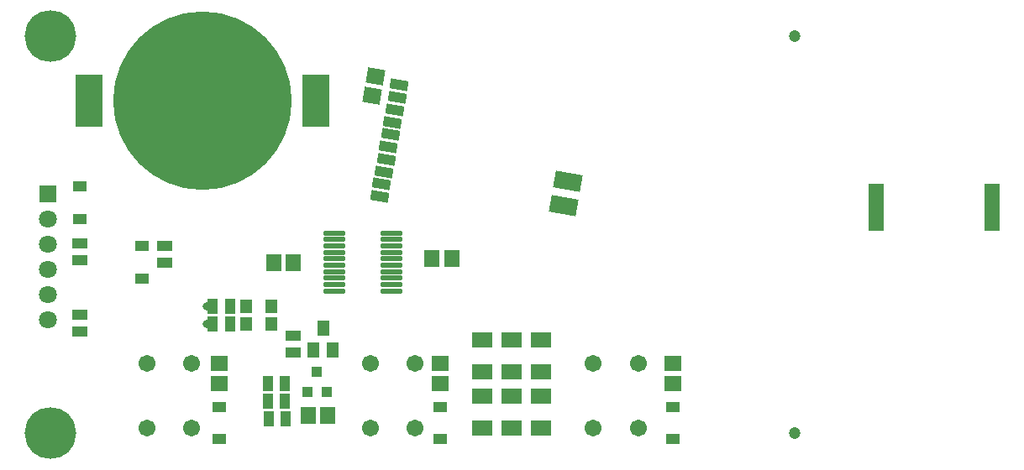
<source format=gts>
G04*
G04 #@! TF.GenerationSoftware,Altium Limited,Altium Designer,19.0.15 (446)*
G04*
G04 Layer_Color=8388736*
%FSLAX25Y25*%
%MOIN*%
G70*
G01*
G75*
%ADD32R,0.04147X0.05918*%
%ADD33R,0.03950X0.04343*%
%ADD34R,0.05918X0.04147*%
%ADD35R,0.06902X0.06115*%
%ADD36R,0.04737X0.06312*%
%ADD37R,0.06115X0.06902*%
%ADD38R,0.05603X0.04402*%
%ADD39R,0.08280X0.06115*%
%ADD40R,0.05131X0.05721*%
G04:AMPARAMS|DCode=41|XSize=70.99mil|YSize=39.5mil|CornerRadius=0mil|HoleSize=0mil|Usage=FLASHONLY|Rotation=350.000|XOffset=0mil|YOffset=0mil|HoleType=Round|Shape=Rectangle|*
%AMROTATEDRECTD41*
4,1,4,-0.03839,-0.01328,-0.03153,0.02561,0.03839,0.01328,0.03153,-0.02561,-0.03839,-0.01328,0.0*
%
%ADD41ROTATEDRECTD41*%

G04:AMPARAMS|DCode=42|XSize=108mil|YSize=67.06mil|CornerRadius=0mil|HoleSize=0mil|Usage=FLASHONLY|Rotation=350.000|XOffset=0mil|YOffset=0mil|HoleType=Round|Shape=Rectangle|*
%AMROTATEDRECTD42*
4,1,4,-0.05900,-0.02364,-0.04736,0.04240,0.05900,0.02364,0.04736,-0.04240,-0.05900,-0.02364,0.0*
%
%ADD42ROTATEDRECTD42*%

%ADD43R,0.05918X0.18517*%
%ADD44O,0.09068X0.02178*%
G04:AMPARAMS|DCode=45|XSize=69.02mil|YSize=61.15mil|CornerRadius=0mil|HoleSize=0mil|Usage=FLASHONLY|Rotation=350.000|XOffset=0mil|YOffset=0mil|HoleType=Round|Shape=Rectangle|*
%AMROTATEDRECTD45*
4,1,4,-0.03930,-0.02412,-0.02868,0.03610,0.03930,0.02412,0.02868,-0.03610,-0.03930,-0.02412,0.0*
%
%ADD45ROTATEDRECTD45*%

%ADD46R,0.10642X0.20879*%
%ADD47C,0.70879*%
%ADD48C,0.06706*%
%ADD49C,0.07099*%
%ADD50R,0.07099X0.07099*%
%ADD51C,0.04737*%
%ADD52C,0.20485*%
%ADD53C,0.03162*%
D32*
X86417Y19718D02*
D03*
X93110D02*
D03*
X93307Y5512D02*
D03*
X86614D02*
D03*
X86417Y12615D02*
D03*
X93110D02*
D03*
X64567Y43307D02*
D03*
X71260D02*
D03*
Y50197D02*
D03*
X64567D02*
D03*
D33*
X102165Y16355D02*
D03*
X109646D02*
D03*
X105905Y24229D02*
D03*
D34*
X96457Y38780D02*
D03*
Y32087D02*
D03*
X11693Y40354D02*
D03*
Y47047D02*
D03*
X11811Y75197D02*
D03*
Y68504D02*
D03*
X45276Y67520D02*
D03*
Y74213D02*
D03*
D35*
X247244Y27559D02*
D03*
Y19685D02*
D03*
X154774Y27559D02*
D03*
Y19685D02*
D03*
X66929Y27559D02*
D03*
Y19685D02*
D03*
D36*
X104528Y33071D02*
D03*
X112008D02*
D03*
X108268Y41732D02*
D03*
D37*
X110236Y7087D02*
D03*
X102362D02*
D03*
X159449Y69193D02*
D03*
X151575D02*
D03*
X88583Y67520D02*
D03*
X96457D02*
D03*
D38*
X66929Y10384D02*
D03*
Y-2510D02*
D03*
X154774Y10384D02*
D03*
Y-2510D02*
D03*
X247244Y10384D02*
D03*
Y-2510D02*
D03*
X11811Y97894D02*
D03*
Y85000D02*
D03*
X36417Y61466D02*
D03*
Y74360D02*
D03*
D39*
X171260Y1969D02*
D03*
Y14567D02*
D03*
Y24252D02*
D03*
Y36850D02*
D03*
X194882Y24252D02*
D03*
Y36850D02*
D03*
X183071Y24252D02*
D03*
Y36850D02*
D03*
X194882Y1969D02*
D03*
Y14567D02*
D03*
X183071Y1969D02*
D03*
Y14567D02*
D03*
D40*
X77756Y43307D02*
D03*
X87598D02*
D03*
X77756Y50197D02*
D03*
X87598D02*
D03*
D41*
X138502Y138212D02*
D03*
X137634Y133288D02*
D03*
X136766Y128364D02*
D03*
X135897Y123440D02*
D03*
X135029Y118516D02*
D03*
X134161Y113592D02*
D03*
X133293Y108667D02*
D03*
X132424Y103743D02*
D03*
X131556Y98819D02*
D03*
X130688Y93895D02*
D03*
D42*
X203801Y90238D02*
D03*
X205504Y99892D02*
D03*
D43*
X327756Y89686D02*
D03*
X373819D02*
D03*
D44*
X112638Y79429D02*
D03*
Y76870D02*
D03*
Y74311D02*
D03*
Y71752D02*
D03*
Y69193D02*
D03*
Y66634D02*
D03*
Y64075D02*
D03*
Y61516D02*
D03*
Y58957D02*
D03*
Y56398D02*
D03*
X135472Y79429D02*
D03*
Y76870D02*
D03*
Y74311D02*
D03*
Y71752D02*
D03*
Y69193D02*
D03*
Y66634D02*
D03*
Y64075D02*
D03*
Y61516D02*
D03*
Y58957D02*
D03*
Y56398D02*
D03*
D45*
X129098Y141673D02*
D03*
X127730Y133918D02*
D03*
D46*
X15299Y131890D02*
D03*
X105299D02*
D03*
D47*
X60299D02*
D03*
D48*
X56102Y27559D02*
D03*
X38386D02*
D03*
X56102Y1969D02*
D03*
X38386D02*
D03*
X144685Y27559D02*
D03*
X126969D02*
D03*
X144685Y1969D02*
D03*
X126969D02*
D03*
X233268Y27559D02*
D03*
X215551D02*
D03*
X233268Y1969D02*
D03*
X215551D02*
D03*
D49*
X-984Y54961D02*
D03*
Y64961D02*
D03*
X-984Y74961D02*
D03*
X-984Y84961D02*
D03*
X-984Y44961D02*
D03*
D50*
X-984Y94961D02*
D03*
D51*
X295276Y157480D02*
D03*
Y0D02*
D03*
D52*
X0Y157480D02*
D03*
Y0D02*
D03*
D53*
X62008Y43307D02*
D03*
Y50197D02*
D03*
M02*

</source>
